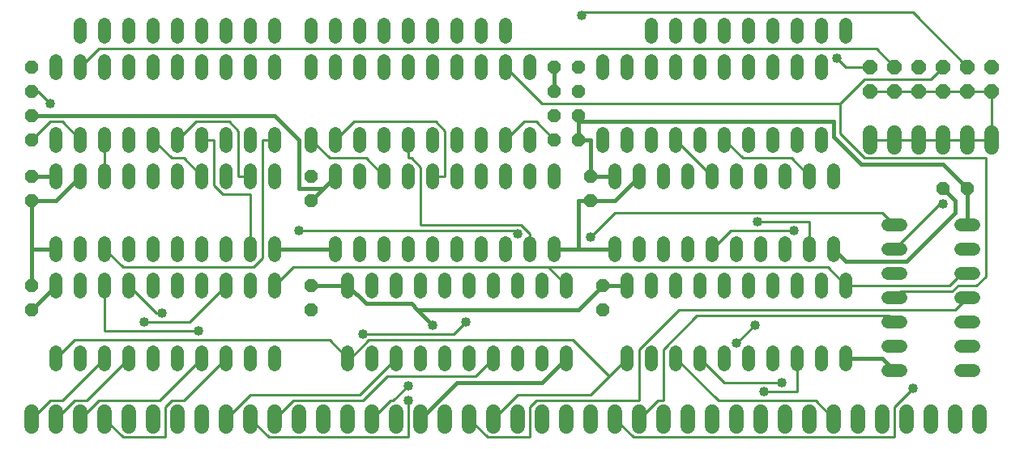
<source format=gtl>
G75*
%MOIN*%
%OFA0B0*%
%FSLAX24Y24*%
%IPPOS*%
%LPD*%
%AMOC8*
5,1,8,0,0,1.08239X$1,22.5*
%
%ADD10C,0.0520*%
%ADD11C,0.0600*%
%ADD12OC8,0.0600*%
%ADD13OC8,0.0520*%
%ADD14C,0.0160*%
%ADD15C,0.0100*%
%ADD16C,0.0400*%
D10*
X002367Y003340D02*
X002367Y003860D01*
X003367Y003860D02*
X003367Y003340D01*
X004367Y003340D02*
X004367Y003860D01*
X005367Y003860D02*
X005367Y003340D01*
X006367Y003340D02*
X006367Y003860D01*
X007367Y003860D02*
X007367Y003340D01*
X008367Y003340D02*
X008367Y003860D01*
X009367Y003860D02*
X009367Y003340D01*
X010367Y003340D02*
X010367Y003860D01*
X011367Y003860D02*
X011367Y003340D01*
X014367Y003340D02*
X014367Y003860D01*
X015367Y003860D02*
X015367Y003340D01*
X016367Y003340D02*
X016367Y003860D01*
X017367Y003860D02*
X017367Y003340D01*
X018367Y003340D02*
X018367Y003860D01*
X019367Y003860D02*
X019367Y003340D01*
X020367Y003340D02*
X020367Y003860D01*
X021367Y003860D02*
X021367Y003340D01*
X022367Y003340D02*
X022367Y003860D01*
X023367Y003860D02*
X023367Y003340D01*
X025867Y003340D02*
X025867Y003860D01*
X026867Y003860D02*
X026867Y003340D01*
X027867Y003340D02*
X027867Y003860D01*
X028867Y003860D02*
X028867Y003340D01*
X029867Y003340D02*
X029867Y003860D01*
X030867Y003860D02*
X030867Y003340D01*
X031867Y003340D02*
X031867Y003860D01*
X032867Y003860D02*
X032867Y003340D01*
X033867Y003340D02*
X033867Y003860D01*
X034867Y003860D02*
X034867Y003340D01*
X036607Y003100D02*
X037127Y003100D01*
X037127Y004100D02*
X036607Y004100D01*
X036607Y005100D02*
X037127Y005100D01*
X037127Y006100D02*
X036607Y006100D01*
X034867Y006340D02*
X034867Y006860D01*
X033867Y006860D02*
X033867Y006340D01*
X032867Y006340D02*
X032867Y006860D01*
X031867Y006860D02*
X031867Y006340D01*
X030867Y006340D02*
X030867Y006860D01*
X029867Y006860D02*
X029867Y006340D01*
X028867Y006340D02*
X028867Y006860D01*
X027867Y006860D02*
X027867Y006340D01*
X026867Y006340D02*
X026867Y006860D01*
X025867Y006860D02*
X025867Y006340D01*
X023367Y006340D02*
X023367Y006860D01*
X022367Y006860D02*
X022367Y006340D01*
X021367Y006340D02*
X021367Y006860D01*
X020367Y006860D02*
X020367Y006340D01*
X019367Y006340D02*
X019367Y006860D01*
X018367Y006860D02*
X018367Y006340D01*
X017367Y006340D02*
X017367Y006860D01*
X016367Y006860D02*
X016367Y006340D01*
X015367Y006340D02*
X015367Y006860D01*
X014367Y006860D02*
X014367Y006340D01*
X011367Y006340D02*
X011367Y006860D01*
X010367Y006860D02*
X010367Y006340D01*
X009367Y006340D02*
X009367Y006860D01*
X008367Y006860D02*
X008367Y006340D01*
X007367Y006340D02*
X007367Y006860D01*
X006367Y006860D02*
X006367Y006340D01*
X005367Y006340D02*
X005367Y006860D01*
X004367Y006860D02*
X004367Y006340D01*
X003367Y006340D02*
X003367Y006860D01*
X002367Y006860D02*
X002367Y006340D01*
X002367Y007840D02*
X002367Y008360D01*
X003367Y008360D02*
X003367Y007840D01*
X004367Y007840D02*
X004367Y008360D01*
X005367Y008360D02*
X005367Y007840D01*
X006367Y007840D02*
X006367Y008360D01*
X007367Y008360D02*
X007367Y007840D01*
X008367Y007840D02*
X008367Y008360D01*
X009367Y008360D02*
X009367Y007840D01*
X010367Y007840D02*
X010367Y008360D01*
X011367Y008360D02*
X011367Y007840D01*
X013867Y007840D02*
X013867Y008360D01*
X014867Y008360D02*
X014867Y007840D01*
X015867Y007840D02*
X015867Y008360D01*
X016867Y008360D02*
X016867Y007840D01*
X017867Y007840D02*
X017867Y008360D01*
X018867Y008360D02*
X018867Y007840D01*
X019867Y007840D02*
X019867Y008360D01*
X020867Y008360D02*
X020867Y007840D01*
X021867Y007840D02*
X021867Y008360D01*
X022867Y008360D02*
X022867Y007840D01*
X025367Y007840D02*
X025367Y008360D01*
X026367Y008360D02*
X026367Y007840D01*
X027367Y007840D02*
X027367Y008360D01*
X028367Y008360D02*
X028367Y007840D01*
X029367Y007840D02*
X029367Y008360D01*
X030367Y008360D02*
X030367Y007840D01*
X031367Y007840D02*
X031367Y008360D01*
X032367Y008360D02*
X032367Y007840D01*
X033367Y007840D02*
X033367Y008360D01*
X034367Y008360D02*
X034367Y007840D01*
X036607Y008100D02*
X037127Y008100D01*
X037127Y009100D02*
X036607Y009100D01*
X039607Y009100D02*
X040127Y009100D01*
X040127Y008100D02*
X039607Y008100D01*
X039607Y007100D02*
X040127Y007100D01*
X040127Y006100D02*
X039607Y006100D01*
X039607Y005100D02*
X040127Y005100D01*
X040127Y004100D02*
X039607Y004100D01*
X039607Y003100D02*
X040127Y003100D01*
X037127Y007100D02*
X036607Y007100D01*
X034367Y010840D02*
X034367Y011360D01*
X033367Y011360D02*
X033367Y010840D01*
X032367Y010840D02*
X032367Y011360D01*
X031367Y011360D02*
X031367Y010840D01*
X030367Y010840D02*
X030367Y011360D01*
X029367Y011360D02*
X029367Y010840D01*
X028367Y010840D02*
X028367Y011360D01*
X027367Y011360D02*
X027367Y010840D01*
X026367Y010840D02*
X026367Y011360D01*
X025367Y011360D02*
X025367Y010840D01*
X022867Y010840D02*
X022867Y011360D01*
X021867Y011360D02*
X021867Y010840D01*
X020867Y010840D02*
X020867Y011360D01*
X019867Y011360D02*
X019867Y010840D01*
X018867Y010840D02*
X018867Y011360D01*
X017867Y011360D02*
X017867Y010840D01*
X016867Y010840D02*
X016867Y011360D01*
X015867Y011360D02*
X015867Y010840D01*
X014867Y010840D02*
X014867Y011360D01*
X013867Y011360D02*
X013867Y010840D01*
X011367Y010840D02*
X011367Y011360D01*
X010367Y011360D02*
X010367Y010840D01*
X009367Y010840D02*
X009367Y011360D01*
X008367Y011360D02*
X008367Y010840D01*
X007367Y010840D02*
X007367Y011360D01*
X006367Y011360D02*
X006367Y010840D01*
X005367Y010840D02*
X005367Y011360D01*
X004367Y011360D02*
X004367Y010840D01*
X003367Y010840D02*
X003367Y011360D01*
X002367Y011360D02*
X002367Y010840D01*
X002367Y012340D02*
X002367Y012860D01*
X003367Y012860D02*
X003367Y012340D01*
X004367Y012340D02*
X004367Y012860D01*
X005367Y012860D02*
X005367Y012340D01*
X006367Y012340D02*
X006367Y012860D01*
X007367Y012860D02*
X007367Y012340D01*
X008367Y012340D02*
X008367Y012860D01*
X009367Y012860D02*
X009367Y012340D01*
X010367Y012340D02*
X010367Y012860D01*
X011367Y012860D02*
X011367Y012340D01*
X012867Y012340D02*
X012867Y012860D01*
X013867Y012860D02*
X013867Y012340D01*
X014867Y012340D02*
X014867Y012860D01*
X015867Y012860D02*
X015867Y012340D01*
X016867Y012340D02*
X016867Y012860D01*
X017867Y012860D02*
X017867Y012340D01*
X018867Y012340D02*
X018867Y012860D01*
X019867Y012860D02*
X019867Y012340D01*
X020867Y012340D02*
X020867Y012860D01*
X021867Y012860D02*
X021867Y012340D01*
X024867Y012340D02*
X024867Y012860D01*
X025867Y012860D02*
X025867Y012340D01*
X026867Y012340D02*
X026867Y012860D01*
X027867Y012860D02*
X027867Y012340D01*
X028867Y012340D02*
X028867Y012860D01*
X029867Y012860D02*
X029867Y012340D01*
X030867Y012340D02*
X030867Y012860D01*
X031867Y012860D02*
X031867Y012340D01*
X032867Y012340D02*
X032867Y012860D01*
X033867Y012860D02*
X033867Y012340D01*
X033867Y015340D02*
X033867Y015860D01*
X032867Y015860D02*
X032867Y015340D01*
X031867Y015340D02*
X031867Y015860D01*
X030867Y015860D02*
X030867Y015340D01*
X029867Y015340D02*
X029867Y015860D01*
X028867Y015860D02*
X028867Y015340D01*
X027867Y015340D02*
X027867Y015860D01*
X026867Y015860D02*
X026867Y015340D01*
X025867Y015340D02*
X025867Y015860D01*
X024867Y015860D02*
X024867Y015340D01*
X021867Y015340D02*
X021867Y015860D01*
X020867Y015860D02*
X020867Y015340D01*
X019867Y015340D02*
X019867Y015860D01*
X018867Y015860D02*
X018867Y015340D01*
X017867Y015340D02*
X017867Y015860D01*
X016867Y015860D02*
X016867Y015340D01*
X015867Y015340D02*
X015867Y015860D01*
X014867Y015860D02*
X014867Y015340D01*
X013867Y015340D02*
X013867Y015860D01*
X012867Y015860D02*
X012867Y015340D01*
X011367Y015340D02*
X011367Y015860D01*
X010367Y015860D02*
X010367Y015340D01*
X009367Y015340D02*
X009367Y015860D01*
X008367Y015860D02*
X008367Y015340D01*
X007367Y015340D02*
X007367Y015860D01*
X006367Y015860D02*
X006367Y015340D01*
X005367Y015340D02*
X005367Y015860D01*
X004367Y015860D02*
X004367Y015340D01*
X003367Y015340D02*
X003367Y015860D01*
X002367Y015860D02*
X002367Y015340D01*
X003367Y016840D02*
X003367Y017360D01*
X004367Y017360D02*
X004367Y016840D01*
X005367Y016840D02*
X005367Y017360D01*
X006367Y017360D02*
X006367Y016840D01*
X007367Y016840D02*
X007367Y017360D01*
X008367Y017360D02*
X008367Y016840D01*
X009367Y016840D02*
X009367Y017360D01*
X010367Y017360D02*
X010367Y016840D01*
X011367Y016840D02*
X011367Y017360D01*
X012867Y017360D02*
X012867Y016840D01*
X013867Y016840D02*
X013867Y017360D01*
X014867Y017360D02*
X014867Y016840D01*
X015867Y016840D02*
X015867Y017360D01*
X016867Y017360D02*
X016867Y016840D01*
X017867Y016840D02*
X017867Y017360D01*
X018867Y017360D02*
X018867Y016840D01*
X019867Y016840D02*
X019867Y017360D01*
X020867Y017360D02*
X020867Y016840D01*
X026867Y016840D02*
X026867Y017360D01*
X027867Y017360D02*
X027867Y016840D01*
X028867Y016840D02*
X028867Y017360D01*
X029867Y017360D02*
X029867Y016840D01*
X030867Y016840D02*
X030867Y017360D01*
X031867Y017360D02*
X031867Y016840D01*
X032867Y016840D02*
X032867Y017360D01*
X033867Y017360D02*
X033867Y016840D01*
X034867Y016840D02*
X034867Y017360D01*
D11*
X001367Y001400D02*
X001367Y000800D01*
X002367Y000800D02*
X002367Y001400D01*
X003367Y001400D02*
X003367Y000800D01*
X004367Y000800D02*
X004367Y001400D01*
X005367Y001400D02*
X005367Y000800D01*
X006367Y000800D02*
X006367Y001400D01*
X007367Y001400D02*
X007367Y000800D01*
X008367Y000800D02*
X008367Y001400D01*
X009367Y001400D02*
X009367Y000800D01*
X010367Y000800D02*
X010367Y001400D01*
X011367Y001400D02*
X011367Y000800D01*
X012367Y000800D02*
X012367Y001400D01*
X013367Y001400D02*
X013367Y000800D01*
X014367Y000800D02*
X014367Y001400D01*
X015367Y001400D02*
X015367Y000800D01*
X016367Y000800D02*
X016367Y001400D01*
X017367Y001400D02*
X017367Y000800D01*
X018367Y000800D02*
X018367Y001400D01*
X019367Y001400D02*
X019367Y000800D01*
X020367Y000800D02*
X020367Y001400D01*
X021367Y001400D02*
X021367Y000800D01*
X022367Y000800D02*
X022367Y001400D01*
X023367Y001400D02*
X023367Y000800D01*
X024367Y000800D02*
X024367Y001400D01*
X025367Y001400D02*
X025367Y000800D01*
X026367Y000800D02*
X026367Y001400D01*
X027367Y001400D02*
X027367Y000800D01*
X028367Y000800D02*
X028367Y001400D01*
X029367Y001400D02*
X029367Y000800D01*
X030367Y000800D02*
X030367Y001400D01*
X031367Y001400D02*
X031367Y000800D01*
X032367Y000800D02*
X032367Y001400D01*
X033367Y001400D02*
X033367Y000800D01*
X034367Y000800D02*
X034367Y001400D01*
X035367Y001400D02*
X035367Y000800D01*
X036367Y000800D02*
X036367Y001400D01*
X037367Y001400D02*
X037367Y000800D01*
X038367Y000800D02*
X038367Y001400D01*
X039367Y001400D02*
X039367Y000800D01*
X040367Y000800D02*
X040367Y001400D01*
X040867Y012300D02*
X040867Y012900D01*
X039867Y012900D02*
X039867Y012300D01*
X038867Y012300D02*
X038867Y012900D01*
X037867Y012900D02*
X037867Y012300D01*
X036867Y012300D02*
X036867Y012900D01*
X035867Y012900D02*
X035867Y012300D01*
D12*
X035867Y014600D03*
X036867Y014600D03*
X037867Y014600D03*
X038867Y014600D03*
X039867Y014600D03*
X040867Y014600D03*
X040867Y015600D03*
X039867Y015600D03*
X038867Y015600D03*
X037867Y015600D03*
X036867Y015600D03*
X035867Y015600D03*
D13*
X038867Y010600D03*
X039867Y010600D03*
X024867Y006600D03*
X024867Y005600D03*
X024367Y010100D03*
X024367Y011100D03*
X023867Y012600D03*
X022867Y012600D03*
X022867Y013600D03*
X023867Y013600D03*
X023867Y014600D03*
X022867Y014600D03*
X022867Y015600D03*
X023867Y015600D03*
X012867Y011100D03*
X012867Y010100D03*
X012867Y006600D03*
X012867Y005600D03*
X001367Y005600D03*
X001367Y006600D03*
X001367Y010100D03*
X001367Y011100D03*
X001367Y012600D03*
X001367Y013600D03*
X001367Y014600D03*
X001367Y015600D03*
D14*
X001367Y013600D02*
X011367Y013600D01*
X012367Y012600D01*
X012367Y010600D01*
X013367Y010600D01*
X012867Y010100D01*
X013367Y010600D02*
X013867Y011100D01*
X013867Y008100D02*
X011367Y008100D01*
X012867Y006600D02*
X014367Y006600D01*
X015117Y005850D01*
X016992Y005850D01*
X017242Y005600D01*
X023867Y005600D01*
X024867Y006600D01*
X025867Y006600D01*
X025367Y008100D02*
X023867Y008100D01*
X023867Y010100D01*
X024367Y010100D01*
X025367Y010100D01*
X026367Y011100D01*
X025367Y011100D02*
X024367Y011100D01*
X024367Y012600D01*
X023867Y012600D01*
X023867Y013350D01*
X023867Y013600D01*
X023867Y013350D02*
X034367Y013350D01*
X034367Y012725D01*
X035492Y011600D01*
X038867Y011600D01*
X039867Y010600D01*
X039867Y009100D01*
X039367Y009600D02*
X037367Y007600D01*
X034867Y007600D01*
X034367Y008100D01*
X038867Y010600D02*
X039367Y010100D01*
X039367Y009600D01*
X036367Y003600D02*
X034867Y003600D01*
X036367Y003600D02*
X036867Y003100D01*
X023867Y008100D02*
X022867Y008100D01*
X017867Y004975D02*
X017242Y005600D01*
X022367Y002600D02*
X023367Y003600D01*
X022367Y002600D02*
X018867Y002600D01*
X017367Y001100D01*
X002367Y006600D02*
X001367Y005600D01*
X001367Y006600D02*
X001367Y008100D01*
X001367Y010100D01*
X002367Y010100D01*
X003367Y011100D01*
X002367Y011100D02*
X001367Y011100D01*
X001367Y008100D02*
X002367Y008100D01*
X022867Y014600D02*
X022867Y015600D01*
D15*
X022367Y014100D02*
X020867Y015600D01*
X022367Y014100D02*
X034617Y014100D01*
X034617Y012850D01*
X035617Y011850D01*
X040617Y011850D01*
X040617Y006975D01*
X040242Y006600D01*
X039492Y006600D01*
X039242Y006350D01*
X037117Y006350D01*
X036867Y006100D01*
X036617Y005350D02*
X028742Y005350D01*
X027367Y003975D01*
X027367Y001850D01*
X027117Y001850D01*
X026367Y001100D01*
X026117Y000350D02*
X025367Y001100D01*
X026117Y000350D02*
X036867Y000350D01*
X036867Y001600D01*
X037617Y002350D01*
X034367Y001100D02*
X033617Y001850D01*
X029617Y001850D01*
X027867Y003600D01*
X028867Y003600D02*
X029867Y002600D01*
X032242Y002600D01*
X032867Y002225D02*
X031492Y002225D01*
X032867Y002225D02*
X032867Y003600D01*
X031117Y004975D02*
X030367Y004225D01*
X027992Y005600D02*
X026367Y003975D01*
X026367Y001850D01*
X022117Y001850D01*
X021867Y001600D01*
X021867Y000350D01*
X020117Y000350D01*
X019367Y001100D01*
X020367Y001100D02*
X021367Y002100D01*
X024367Y002100D01*
X025117Y002850D01*
X023617Y004350D01*
X015242Y004350D01*
X014492Y003600D01*
X014367Y003600D01*
X013617Y004350D01*
X003117Y004350D01*
X002367Y003600D01*
X002617Y001850D02*
X004367Y003600D01*
X005367Y003600D02*
X003617Y001850D01*
X003117Y001850D01*
X002367Y001100D01*
X002117Y001850D02*
X001367Y001100D01*
X002117Y001850D02*
X002617Y001850D01*
X003367Y001100D02*
X004117Y001850D01*
X006617Y001850D01*
X008367Y003600D01*
X009367Y003600D02*
X007617Y001850D01*
X007117Y001850D01*
X006867Y001600D01*
X006867Y000350D01*
X005117Y000350D01*
X004367Y001100D01*
X009367Y001100D02*
X010367Y002100D01*
X014867Y002100D01*
X016367Y003600D01*
X015992Y002850D02*
X014992Y001850D01*
X012117Y001850D01*
X011367Y001100D01*
X011117Y000350D02*
X010367Y001100D01*
X011117Y000350D02*
X016867Y000350D01*
X016867Y001850D01*
X016242Y001850D02*
X016867Y002475D01*
X015992Y002850D02*
X019617Y002850D01*
X020367Y003600D01*
X019242Y005100D02*
X018742Y004600D01*
X014992Y004600D01*
X012117Y007350D02*
X011367Y006600D01*
X012117Y007350D02*
X022617Y007350D01*
X034117Y007350D01*
X034867Y006600D01*
X039117Y006600D01*
X039617Y007100D01*
X039867Y007100D01*
X039867Y006100D02*
X039367Y005600D01*
X027992Y005600D01*
X025867Y003600D02*
X025117Y002850D01*
X023367Y006600D02*
X022617Y007350D01*
X021867Y008100D02*
X021867Y008725D01*
X021492Y009100D01*
X017367Y009100D01*
X017367Y011475D01*
X016992Y011850D01*
X016867Y011850D01*
X016867Y012600D01*
X017992Y013350D02*
X018367Y012975D01*
X018367Y011100D01*
X017867Y011100D01*
X015867Y011100D02*
X015117Y011850D01*
X013617Y011850D01*
X012867Y012600D01*
X013867Y012600D02*
X014617Y013350D01*
X017992Y013350D01*
X020867Y012600D02*
X021617Y013350D01*
X022117Y013350D01*
X022867Y012600D01*
X027867Y012600D02*
X029367Y011100D01*
X030617Y011850D02*
X032617Y011850D01*
X033367Y011100D01*
X030617Y011850D02*
X029867Y012600D01*
X034617Y014100D02*
X035617Y015100D01*
X038367Y015100D01*
X038867Y015600D01*
X039867Y015600D02*
X037617Y017850D01*
X024117Y017850D01*
X023992Y017725D01*
X034492Y015975D02*
X034867Y015600D01*
X035867Y015600D01*
X036117Y016350D02*
X036867Y015600D01*
X036117Y016350D02*
X004117Y016350D01*
X003367Y015600D01*
X002117Y014100D02*
X001617Y014600D01*
X001367Y014600D01*
X002117Y013350D02*
X002617Y013350D01*
X003367Y012600D01*
X004367Y012600D02*
X004367Y011100D01*
X006367Y012600D02*
X007117Y011850D01*
X007617Y011850D01*
X008367Y011100D01*
X008867Y010725D02*
X008867Y012600D01*
X008367Y012600D01*
X008117Y013350D02*
X007367Y012600D01*
X008117Y013350D02*
X009492Y013350D01*
X009867Y012975D01*
X009867Y011100D01*
X010367Y011100D01*
X009242Y010350D02*
X008867Y010725D01*
X009242Y010350D02*
X010367Y010350D01*
X010367Y008100D01*
X010867Y007725D02*
X010867Y012600D01*
X011367Y012600D01*
X012367Y008850D02*
X021242Y008850D01*
X021367Y008725D01*
X024367Y008600D02*
X025367Y009600D01*
X036367Y009600D01*
X036867Y009100D01*
X036867Y008100D02*
X038742Y009975D01*
X038867Y009975D01*
X033367Y009225D02*
X033367Y008100D01*
X032742Y008850D02*
X030117Y008850D01*
X029367Y008100D01*
X031242Y009225D02*
X033367Y009225D01*
X035867Y012600D02*
X036867Y012600D01*
X037867Y012600D01*
X038867Y012600D01*
X039867Y012600D01*
X040867Y012600D01*
X040867Y014600D01*
X039867Y014600D01*
X038867Y014600D01*
X037867Y014600D01*
X036867Y014600D01*
X035867Y014600D01*
X036617Y005350D02*
X036867Y005100D01*
X016242Y001850D02*
X016117Y001850D01*
X015367Y001100D01*
X008242Y004725D02*
X004367Y004725D01*
X004367Y006600D01*
X005367Y006600D02*
X006492Y005475D01*
X006742Y005475D01*
X005992Y005100D02*
X007867Y005100D01*
X009367Y006600D01*
X010492Y007350D02*
X010867Y007725D01*
X010492Y007350D02*
X005117Y007350D01*
X004367Y008100D01*
X001367Y012600D02*
X002117Y013350D01*
D16*
X002117Y014100D03*
X012367Y008850D03*
X006742Y005475D03*
X005992Y005100D03*
X008242Y004725D03*
X014992Y004600D03*
X017867Y004975D03*
X019242Y005100D03*
X016867Y002475D03*
X016867Y001850D03*
X030367Y004225D03*
X031117Y004975D03*
X032242Y002600D03*
X031492Y002225D03*
X037617Y002350D03*
X024367Y008600D03*
X021367Y008725D03*
X031242Y009225D03*
X032742Y008850D03*
X038867Y009975D03*
X034492Y015975D03*
X023992Y017725D03*
M02*

</source>
